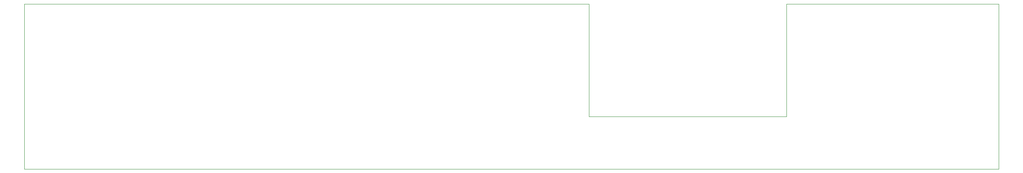
<source format=gm1>
*%FSLAX23Y23*%
*%MOIN*%
G01*
D14*
X10648Y7747D02*
X12301D01*
X10648Y8692D02*
X5922D01*
X12301D02*
X14077D01*
Y7309D02*
X5922D01*
X12301Y7747D02*
Y8692D01*
X10648D02*
Y7747D01*
X5922Y7309D02*
Y8692D01*
X14077D02*
Y7309D01*
D02*
M02*

</source>
